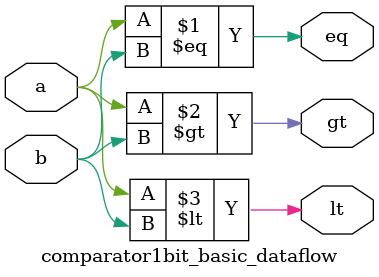
<source format=v>
module comparator1bit_basic_dataflow(input a, input b, output eq, output gt, output lt);

    assign eq = (a == b);
    assign gt = (a > b);
    assign lt = (a < b);

endmodule

</source>
